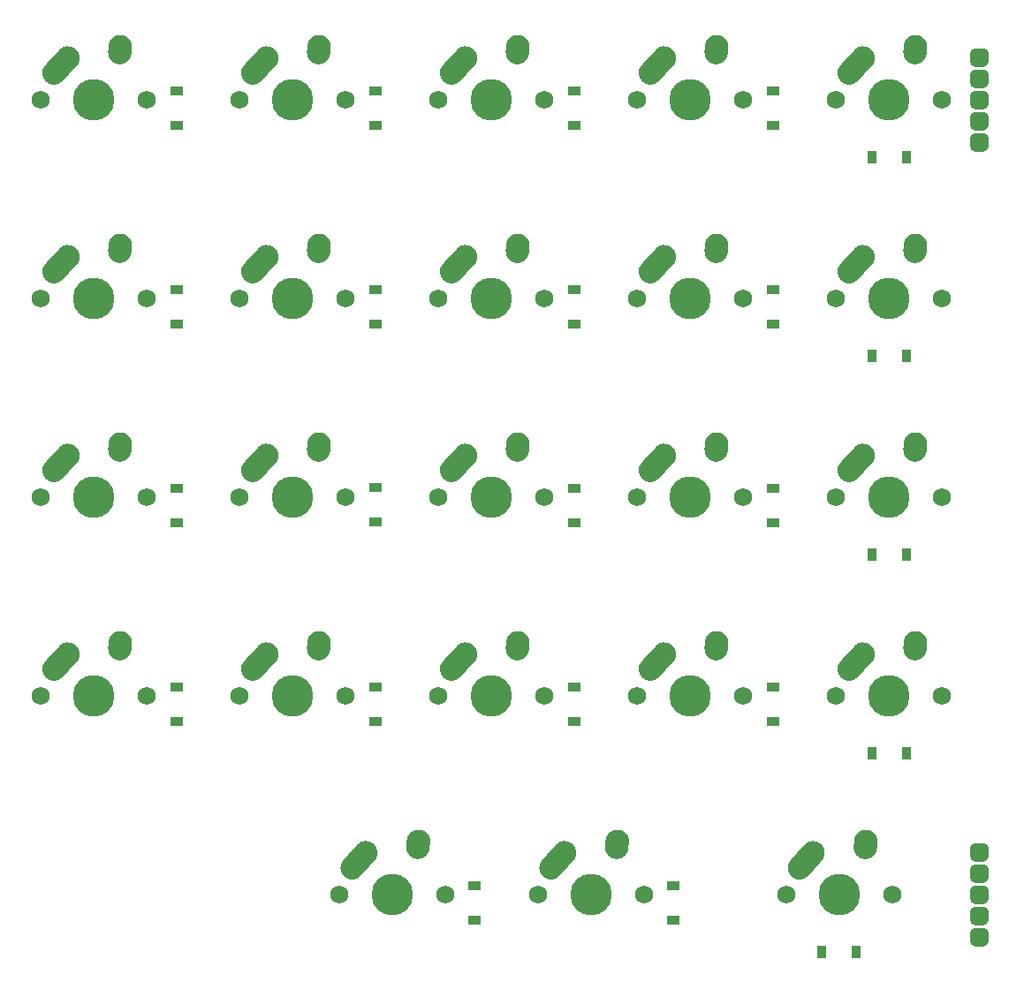
<source format=gbs>
%TF.GenerationSoftware,KiCad,Pcbnew,(5.1.12)-1*%
%TF.CreationDate,2022-01-05T11:41:57-05:00*%
%TF.ProjectId,gasket-1,6761736b-6574-42d3-912e-6b696361645f,rev?*%
%TF.SameCoordinates,Original*%
%TF.FileFunction,Soldermask,Bot*%
%TF.FilePolarity,Negative*%
%FSLAX46Y46*%
G04 Gerber Fmt 4.6, Leading zero omitted, Abs format (unit mm)*
G04 Created by KiCad (PCBNEW (5.1.12)-1) date 2022-01-05 11:41:57*
%MOMM*%
%LPD*%
G01*
G04 APERTURE LIST*
%ADD10R,0.900000X1.200000*%
%ADD11R,1.200000X0.900000*%
%ADD12C,1.750000*%
%ADD13C,2.250000*%
%ADD14C,3.987800*%
G04 APERTURE END LIST*
D10*
%TO.C,D23*%
X104043750Y-112712500D03*
X100743750Y-112712500D03*
%TD*%
%TO.C,D22*%
X108806250Y-93662500D03*
X105506250Y-93662500D03*
%TD*%
%TO.C,D21*%
X108806250Y-74612500D03*
X105506250Y-74612500D03*
%TD*%
%TO.C,D20*%
X108806250Y-55562500D03*
X105506250Y-55562500D03*
%TD*%
%TO.C,D19*%
X108806250Y-36512500D03*
X105506250Y-36512500D03*
%TD*%
D11*
%TO.C,D18*%
X86518750Y-106300000D03*
X86518750Y-109600000D03*
%TD*%
%TO.C,D17*%
X96043750Y-87250000D03*
X96043750Y-90550000D03*
%TD*%
%TO.C,D16*%
X96043750Y-68200000D03*
X96043750Y-71500000D03*
%TD*%
%TO.C,D15*%
X96043750Y-49150000D03*
X96043750Y-52450000D03*
%TD*%
%TO.C,D14*%
X96043750Y-30100000D03*
X96043750Y-33400000D03*
%TD*%
%TO.C,D13*%
X67468750Y-106300000D03*
X67468750Y-109600000D03*
%TD*%
%TO.C,D12*%
X76993750Y-87250000D03*
X76993750Y-90550000D03*
%TD*%
%TO.C,D11*%
X76993750Y-71500000D03*
X76993750Y-68200000D03*
%TD*%
%TO.C,D10*%
X76993750Y-49150000D03*
X76993750Y-52450000D03*
%TD*%
%TO.C,D9*%
X76993750Y-30100000D03*
X76993750Y-33400000D03*
%TD*%
%TO.C,D8*%
X57943750Y-87250000D03*
X57943750Y-90550000D03*
%TD*%
%TO.C,D7*%
X57943750Y-68137500D03*
X57943750Y-71437500D03*
%TD*%
%TO.C,D6*%
X57943750Y-49150000D03*
X57943750Y-52450000D03*
%TD*%
%TO.C,D5*%
X57943750Y-30100000D03*
X57943750Y-33400000D03*
%TD*%
%TO.C,D4*%
X38893750Y-87250000D03*
X38893750Y-90550000D03*
%TD*%
%TO.C,D3*%
X38893750Y-71500000D03*
X38893750Y-68200000D03*
%TD*%
%TO.C,D2*%
X38893750Y-49150000D03*
X38893750Y-52450000D03*
%TD*%
%TO.C,D1*%
X38893750Y-30100000D03*
X38893750Y-33400000D03*
%TD*%
D12*
%TO.C,MX21*%
X112236250Y-69056250D03*
X102076250Y-69056250D03*
D13*
X104656250Y-65056250D03*
D14*
X107156250Y-69056250D03*
G36*
G01*
X102594938Y-67353600D02*
X102594933Y-67353595D01*
G75*
G02*
X102508905Y-65764933I751317J837345D01*
G01*
X103818907Y-64304933D01*
G75*
G02*
X105407569Y-64218905I837345J-751317D01*
G01*
X105407569Y-64218905D01*
G75*
G02*
X105493597Y-65807567I-751317J-837345D01*
G01*
X104183595Y-67267567D01*
G75*
G02*
X102594933Y-67353595I-837345J751317D01*
G01*
G37*
D13*
X109696250Y-63976250D03*
G36*
G01*
X109579733Y-65678645D02*
X109578847Y-65678584D01*
G75*
G02*
X108533916Y-64478847I77403J1122334D01*
G01*
X108573916Y-63898847D01*
G75*
G02*
X109773653Y-62853916I1122334J-77403D01*
G01*
X109773653Y-62853916D01*
G75*
G02*
X110818584Y-64053653I-77403J-1122334D01*
G01*
X110778584Y-64633653D01*
G75*
G02*
X109578847Y-65678584I-1122334J77403D01*
G01*
G37*
%TD*%
%TO.C,M2*%
G36*
G01*
X114947700Y-103562150D02*
X114947700Y-102685850D01*
G75*
G02*
X115385850Y-102247700I438150J0D01*
G01*
X116262150Y-102247700D01*
G75*
G02*
X116700300Y-102685850I0J-438150D01*
G01*
X116700300Y-103562150D01*
G75*
G02*
X116262150Y-104000300I-438150J0D01*
G01*
X115385850Y-104000300D01*
G75*
G02*
X114947700Y-103562150I0J438150D01*
G01*
G37*
G36*
G01*
X114947700Y-105594150D02*
X114947700Y-104717850D01*
G75*
G02*
X115385850Y-104279700I438150J0D01*
G01*
X116262150Y-104279700D01*
G75*
G02*
X116700300Y-104717850I0J-438150D01*
G01*
X116700300Y-105594150D01*
G75*
G02*
X116262150Y-106032300I-438150J0D01*
G01*
X115385850Y-106032300D01*
G75*
G02*
X114947700Y-105594150I0J438150D01*
G01*
G37*
G36*
G01*
X114947700Y-107626150D02*
X114947700Y-106749850D01*
G75*
G02*
X115385850Y-106311700I438150J0D01*
G01*
X116262150Y-106311700D01*
G75*
G02*
X116700300Y-106749850I0J-438150D01*
G01*
X116700300Y-107626150D01*
G75*
G02*
X116262150Y-108064300I-438150J0D01*
G01*
X115385850Y-108064300D01*
G75*
G02*
X114947700Y-107626150I0J438150D01*
G01*
G37*
G36*
G01*
X114947700Y-109658150D02*
X114947700Y-108781850D01*
G75*
G02*
X115385850Y-108343700I438150J0D01*
G01*
X116262150Y-108343700D01*
G75*
G02*
X116700300Y-108781850I0J-438150D01*
G01*
X116700300Y-109658150D01*
G75*
G02*
X116262150Y-110096300I-438150J0D01*
G01*
X115385850Y-110096300D01*
G75*
G02*
X114947700Y-109658150I0J438150D01*
G01*
G37*
G36*
G01*
X114947700Y-111690150D02*
X114947700Y-110813850D01*
G75*
G02*
X115385850Y-110375700I438150J0D01*
G01*
X116262150Y-110375700D01*
G75*
G02*
X116700300Y-110813850I0J-438150D01*
G01*
X116700300Y-111690150D01*
G75*
G02*
X116262150Y-112128300I-438150J0D01*
G01*
X115385850Y-112128300D01*
G75*
G02*
X114947700Y-111690150I0J438150D01*
G01*
G37*
%TD*%
%TO.C,M1*%
G36*
G01*
X114947700Y-35490150D02*
X114947700Y-34613850D01*
G75*
G02*
X115385850Y-34175700I438150J0D01*
G01*
X116262150Y-34175700D01*
G75*
G02*
X116700300Y-34613850I0J-438150D01*
G01*
X116700300Y-35490150D01*
G75*
G02*
X116262150Y-35928300I-438150J0D01*
G01*
X115385850Y-35928300D01*
G75*
G02*
X114947700Y-35490150I0J438150D01*
G01*
G37*
G36*
G01*
X114947700Y-33458150D02*
X114947700Y-32581850D01*
G75*
G02*
X115385850Y-32143700I438150J0D01*
G01*
X116262150Y-32143700D01*
G75*
G02*
X116700300Y-32581850I0J-438150D01*
G01*
X116700300Y-33458150D01*
G75*
G02*
X116262150Y-33896300I-438150J0D01*
G01*
X115385850Y-33896300D01*
G75*
G02*
X114947700Y-33458150I0J438150D01*
G01*
G37*
G36*
G01*
X114947700Y-31426150D02*
X114947700Y-30549850D01*
G75*
G02*
X115385850Y-30111700I438150J0D01*
G01*
X116262150Y-30111700D01*
G75*
G02*
X116700300Y-30549850I0J-438150D01*
G01*
X116700300Y-31426150D01*
G75*
G02*
X116262150Y-31864300I-438150J0D01*
G01*
X115385850Y-31864300D01*
G75*
G02*
X114947700Y-31426150I0J438150D01*
G01*
G37*
G36*
G01*
X114947700Y-29394150D02*
X114947700Y-28517850D01*
G75*
G02*
X115385850Y-28079700I438150J0D01*
G01*
X116262150Y-28079700D01*
G75*
G02*
X116700300Y-28517850I0J-438150D01*
G01*
X116700300Y-29394150D01*
G75*
G02*
X116262150Y-29832300I-438150J0D01*
G01*
X115385850Y-29832300D01*
G75*
G02*
X114947700Y-29394150I0J438150D01*
G01*
G37*
G36*
G01*
X114947700Y-27362150D02*
X114947700Y-26485850D01*
G75*
G02*
X115385850Y-26047700I438150J0D01*
G01*
X116262150Y-26047700D01*
G75*
G02*
X116700300Y-26485850I0J-438150D01*
G01*
X116700300Y-27362150D01*
G75*
G02*
X116262150Y-27800300I-438150J0D01*
G01*
X115385850Y-27800300D01*
G75*
G02*
X114947700Y-27362150I0J438150D01*
G01*
G37*
%TD*%
D12*
%TO.C,MX19*%
X112236250Y-30956250D03*
X102076250Y-30956250D03*
D13*
X104656250Y-26956250D03*
D14*
X107156250Y-30956250D03*
G36*
G01*
X102594938Y-29253600D02*
X102594933Y-29253595D01*
G75*
G02*
X102508905Y-27664933I751317J837345D01*
G01*
X103818907Y-26204933D01*
G75*
G02*
X105407569Y-26118905I837345J-751317D01*
G01*
X105407569Y-26118905D01*
G75*
G02*
X105493597Y-27707567I-751317J-837345D01*
G01*
X104183595Y-29167567D01*
G75*
G02*
X102594933Y-29253595I-837345J751317D01*
G01*
G37*
D13*
X109696250Y-25876250D03*
G36*
G01*
X109579733Y-27578645D02*
X109578847Y-27578584D01*
G75*
G02*
X108533916Y-26378847I77403J1122334D01*
G01*
X108573916Y-25798847D01*
G75*
G02*
X109773653Y-24753916I1122334J-77403D01*
G01*
X109773653Y-24753916D01*
G75*
G02*
X110818584Y-25953653I-77403J-1122334D01*
G01*
X110778584Y-26533653D01*
G75*
G02*
X109578847Y-27578584I-1122334J77403D01*
G01*
G37*
%TD*%
D12*
%TO.C,MX18*%
X83661250Y-107156250D03*
X73501250Y-107156250D03*
D13*
X76081250Y-103156250D03*
D14*
X78581250Y-107156250D03*
G36*
G01*
X74019938Y-105453600D02*
X74019933Y-105453595D01*
G75*
G02*
X73933905Y-103864933I751317J837345D01*
G01*
X75243907Y-102404933D01*
G75*
G02*
X76832569Y-102318905I837345J-751317D01*
G01*
X76832569Y-102318905D01*
G75*
G02*
X76918597Y-103907567I-751317J-837345D01*
G01*
X75608595Y-105367567D01*
G75*
G02*
X74019933Y-105453595I-837345J751317D01*
G01*
G37*
D13*
X81121250Y-102076250D03*
G36*
G01*
X81004733Y-103778645D02*
X81003847Y-103778584D01*
G75*
G02*
X79958916Y-102578847I77403J1122334D01*
G01*
X79998916Y-101998847D01*
G75*
G02*
X81198653Y-100953916I1122334J-77403D01*
G01*
X81198653Y-100953916D01*
G75*
G02*
X82243584Y-102153653I-77403J-1122334D01*
G01*
X82203584Y-102733653D01*
G75*
G02*
X81003847Y-103778584I-1122334J77403D01*
G01*
G37*
%TD*%
D12*
%TO.C,MX23*%
X107473750Y-107156250D03*
X97313750Y-107156250D03*
D13*
X99893750Y-103156250D03*
D14*
X102393750Y-107156250D03*
G36*
G01*
X97832438Y-105453600D02*
X97832433Y-105453595D01*
G75*
G02*
X97746405Y-103864933I751317J837345D01*
G01*
X99056407Y-102404933D01*
G75*
G02*
X100645069Y-102318905I837345J-751317D01*
G01*
X100645069Y-102318905D01*
G75*
G02*
X100731097Y-103907567I-751317J-837345D01*
G01*
X99421095Y-105367567D01*
G75*
G02*
X97832433Y-105453595I-837345J751317D01*
G01*
G37*
D13*
X104933750Y-102076250D03*
G36*
G01*
X104817233Y-103778645D02*
X104816347Y-103778584D01*
G75*
G02*
X103771416Y-102578847I77403J1122334D01*
G01*
X103811416Y-101998847D01*
G75*
G02*
X105011153Y-100953916I1122334J-77403D01*
G01*
X105011153Y-100953916D01*
G75*
G02*
X106056084Y-102153653I-77403J-1122334D01*
G01*
X106016084Y-102733653D01*
G75*
G02*
X104816347Y-103778584I-1122334J77403D01*
G01*
G37*
%TD*%
D12*
%TO.C,MX22*%
X112236250Y-88106250D03*
X102076250Y-88106250D03*
D13*
X104656250Y-84106250D03*
D14*
X107156250Y-88106250D03*
G36*
G01*
X102594938Y-86403600D02*
X102594933Y-86403595D01*
G75*
G02*
X102508905Y-84814933I751317J837345D01*
G01*
X103818907Y-83354933D01*
G75*
G02*
X105407569Y-83268905I837345J-751317D01*
G01*
X105407569Y-83268905D01*
G75*
G02*
X105493597Y-84857567I-751317J-837345D01*
G01*
X104183595Y-86317567D01*
G75*
G02*
X102594933Y-86403595I-837345J751317D01*
G01*
G37*
D13*
X109696250Y-83026250D03*
G36*
G01*
X109579733Y-84728645D02*
X109578847Y-84728584D01*
G75*
G02*
X108533916Y-83528847I77403J1122334D01*
G01*
X108573916Y-82948847D01*
G75*
G02*
X109773653Y-81903916I1122334J-77403D01*
G01*
X109773653Y-81903916D01*
G75*
G02*
X110818584Y-83103653I-77403J-1122334D01*
G01*
X110778584Y-83683653D01*
G75*
G02*
X109578847Y-84728584I-1122334J77403D01*
G01*
G37*
%TD*%
D12*
%TO.C,MX20*%
X112236250Y-50006250D03*
X102076250Y-50006250D03*
D13*
X104656250Y-46006250D03*
D14*
X107156250Y-50006250D03*
G36*
G01*
X102594938Y-48303600D02*
X102594933Y-48303595D01*
G75*
G02*
X102508905Y-46714933I751317J837345D01*
G01*
X103818907Y-45254933D01*
G75*
G02*
X105407569Y-45168905I837345J-751317D01*
G01*
X105407569Y-45168905D01*
G75*
G02*
X105493597Y-46757567I-751317J-837345D01*
G01*
X104183595Y-48217567D01*
G75*
G02*
X102594933Y-48303595I-837345J751317D01*
G01*
G37*
D13*
X109696250Y-44926250D03*
G36*
G01*
X109579733Y-46628645D02*
X109578847Y-46628584D01*
G75*
G02*
X108533916Y-45428847I77403J1122334D01*
G01*
X108573916Y-44848847D01*
G75*
G02*
X109773653Y-43803916I1122334J-77403D01*
G01*
X109773653Y-43803916D01*
G75*
G02*
X110818584Y-45003653I-77403J-1122334D01*
G01*
X110778584Y-45583653D01*
G75*
G02*
X109578847Y-46628584I-1122334J77403D01*
G01*
G37*
%TD*%
D12*
%TO.C,MX17*%
X93186250Y-88106250D03*
X83026250Y-88106250D03*
D13*
X85606250Y-84106250D03*
D14*
X88106250Y-88106250D03*
G36*
G01*
X83544938Y-86403600D02*
X83544933Y-86403595D01*
G75*
G02*
X83458905Y-84814933I751317J837345D01*
G01*
X84768907Y-83354933D01*
G75*
G02*
X86357569Y-83268905I837345J-751317D01*
G01*
X86357569Y-83268905D01*
G75*
G02*
X86443597Y-84857567I-751317J-837345D01*
G01*
X85133595Y-86317567D01*
G75*
G02*
X83544933Y-86403595I-837345J751317D01*
G01*
G37*
D13*
X90646250Y-83026250D03*
G36*
G01*
X90529733Y-84728645D02*
X90528847Y-84728584D01*
G75*
G02*
X89483916Y-83528847I77403J1122334D01*
G01*
X89523916Y-82948847D01*
G75*
G02*
X90723653Y-81903916I1122334J-77403D01*
G01*
X90723653Y-81903916D01*
G75*
G02*
X91768584Y-83103653I-77403J-1122334D01*
G01*
X91728584Y-83683653D01*
G75*
G02*
X90528847Y-84728584I-1122334J77403D01*
G01*
G37*
%TD*%
D12*
%TO.C,MX16*%
X93186250Y-69056250D03*
X83026250Y-69056250D03*
D13*
X85606250Y-65056250D03*
D14*
X88106250Y-69056250D03*
G36*
G01*
X83544938Y-67353600D02*
X83544933Y-67353595D01*
G75*
G02*
X83458905Y-65764933I751317J837345D01*
G01*
X84768907Y-64304933D01*
G75*
G02*
X86357569Y-64218905I837345J-751317D01*
G01*
X86357569Y-64218905D01*
G75*
G02*
X86443597Y-65807567I-751317J-837345D01*
G01*
X85133595Y-67267567D01*
G75*
G02*
X83544933Y-67353595I-837345J751317D01*
G01*
G37*
D13*
X90646250Y-63976250D03*
G36*
G01*
X90529733Y-65678645D02*
X90528847Y-65678584D01*
G75*
G02*
X89483916Y-64478847I77403J1122334D01*
G01*
X89523916Y-63898847D01*
G75*
G02*
X90723653Y-62853916I1122334J-77403D01*
G01*
X90723653Y-62853916D01*
G75*
G02*
X91768584Y-64053653I-77403J-1122334D01*
G01*
X91728584Y-64633653D01*
G75*
G02*
X90528847Y-65678584I-1122334J77403D01*
G01*
G37*
%TD*%
D12*
%TO.C,MX15*%
X93186250Y-50006250D03*
X83026250Y-50006250D03*
D13*
X85606250Y-46006250D03*
D14*
X88106250Y-50006250D03*
G36*
G01*
X83544938Y-48303600D02*
X83544933Y-48303595D01*
G75*
G02*
X83458905Y-46714933I751317J837345D01*
G01*
X84768907Y-45254933D01*
G75*
G02*
X86357569Y-45168905I837345J-751317D01*
G01*
X86357569Y-45168905D01*
G75*
G02*
X86443597Y-46757567I-751317J-837345D01*
G01*
X85133595Y-48217567D01*
G75*
G02*
X83544933Y-48303595I-837345J751317D01*
G01*
G37*
D13*
X90646250Y-44926250D03*
G36*
G01*
X90529733Y-46628645D02*
X90528847Y-46628584D01*
G75*
G02*
X89483916Y-45428847I77403J1122334D01*
G01*
X89523916Y-44848847D01*
G75*
G02*
X90723653Y-43803916I1122334J-77403D01*
G01*
X90723653Y-43803916D01*
G75*
G02*
X91768584Y-45003653I-77403J-1122334D01*
G01*
X91728584Y-45583653D01*
G75*
G02*
X90528847Y-46628584I-1122334J77403D01*
G01*
G37*
%TD*%
D12*
%TO.C,MX14*%
X93186250Y-30956250D03*
X83026250Y-30956250D03*
D13*
X85606250Y-26956250D03*
D14*
X88106250Y-30956250D03*
G36*
G01*
X83544938Y-29253600D02*
X83544933Y-29253595D01*
G75*
G02*
X83458905Y-27664933I751317J837345D01*
G01*
X84768907Y-26204933D01*
G75*
G02*
X86357569Y-26118905I837345J-751317D01*
G01*
X86357569Y-26118905D01*
G75*
G02*
X86443597Y-27707567I-751317J-837345D01*
G01*
X85133595Y-29167567D01*
G75*
G02*
X83544933Y-29253595I-837345J751317D01*
G01*
G37*
D13*
X90646250Y-25876250D03*
G36*
G01*
X90529733Y-27578645D02*
X90528847Y-27578584D01*
G75*
G02*
X89483916Y-26378847I77403J1122334D01*
G01*
X89523916Y-25798847D01*
G75*
G02*
X90723653Y-24753916I1122334J-77403D01*
G01*
X90723653Y-24753916D01*
G75*
G02*
X91768584Y-25953653I-77403J-1122334D01*
G01*
X91728584Y-26533653D01*
G75*
G02*
X90528847Y-27578584I-1122334J77403D01*
G01*
G37*
%TD*%
D12*
%TO.C,MX13*%
X64611250Y-107156250D03*
X54451250Y-107156250D03*
D13*
X57031250Y-103156250D03*
D14*
X59531250Y-107156250D03*
G36*
G01*
X54969938Y-105453600D02*
X54969933Y-105453595D01*
G75*
G02*
X54883905Y-103864933I751317J837345D01*
G01*
X56193907Y-102404933D01*
G75*
G02*
X57782569Y-102318905I837345J-751317D01*
G01*
X57782569Y-102318905D01*
G75*
G02*
X57868597Y-103907567I-751317J-837345D01*
G01*
X56558595Y-105367567D01*
G75*
G02*
X54969933Y-105453595I-837345J751317D01*
G01*
G37*
D13*
X62071250Y-102076250D03*
G36*
G01*
X61954733Y-103778645D02*
X61953847Y-103778584D01*
G75*
G02*
X60908916Y-102578847I77403J1122334D01*
G01*
X60948916Y-101998847D01*
G75*
G02*
X62148653Y-100953916I1122334J-77403D01*
G01*
X62148653Y-100953916D01*
G75*
G02*
X63193584Y-102153653I-77403J-1122334D01*
G01*
X63153584Y-102733653D01*
G75*
G02*
X61953847Y-103778584I-1122334J77403D01*
G01*
G37*
%TD*%
D12*
%TO.C,MX12*%
X74136250Y-88106250D03*
X63976250Y-88106250D03*
D13*
X66556250Y-84106250D03*
D14*
X69056250Y-88106250D03*
G36*
G01*
X64494938Y-86403600D02*
X64494933Y-86403595D01*
G75*
G02*
X64408905Y-84814933I751317J837345D01*
G01*
X65718907Y-83354933D01*
G75*
G02*
X67307569Y-83268905I837345J-751317D01*
G01*
X67307569Y-83268905D01*
G75*
G02*
X67393597Y-84857567I-751317J-837345D01*
G01*
X66083595Y-86317567D01*
G75*
G02*
X64494933Y-86403595I-837345J751317D01*
G01*
G37*
D13*
X71596250Y-83026250D03*
G36*
G01*
X71479733Y-84728645D02*
X71478847Y-84728584D01*
G75*
G02*
X70433916Y-83528847I77403J1122334D01*
G01*
X70473916Y-82948847D01*
G75*
G02*
X71673653Y-81903916I1122334J-77403D01*
G01*
X71673653Y-81903916D01*
G75*
G02*
X72718584Y-83103653I-77403J-1122334D01*
G01*
X72678584Y-83683653D01*
G75*
G02*
X71478847Y-84728584I-1122334J77403D01*
G01*
G37*
%TD*%
D12*
%TO.C,MX11*%
X74136250Y-69056250D03*
X63976250Y-69056250D03*
D13*
X66556250Y-65056250D03*
D14*
X69056250Y-69056250D03*
G36*
G01*
X64494938Y-67353600D02*
X64494933Y-67353595D01*
G75*
G02*
X64408905Y-65764933I751317J837345D01*
G01*
X65718907Y-64304933D01*
G75*
G02*
X67307569Y-64218905I837345J-751317D01*
G01*
X67307569Y-64218905D01*
G75*
G02*
X67393597Y-65807567I-751317J-837345D01*
G01*
X66083595Y-67267567D01*
G75*
G02*
X64494933Y-67353595I-837345J751317D01*
G01*
G37*
D13*
X71596250Y-63976250D03*
G36*
G01*
X71479733Y-65678645D02*
X71478847Y-65678584D01*
G75*
G02*
X70433916Y-64478847I77403J1122334D01*
G01*
X70473916Y-63898847D01*
G75*
G02*
X71673653Y-62853916I1122334J-77403D01*
G01*
X71673653Y-62853916D01*
G75*
G02*
X72718584Y-64053653I-77403J-1122334D01*
G01*
X72678584Y-64633653D01*
G75*
G02*
X71478847Y-65678584I-1122334J77403D01*
G01*
G37*
%TD*%
D12*
%TO.C,MX10*%
X74136250Y-50006250D03*
X63976250Y-50006250D03*
D13*
X66556250Y-46006250D03*
D14*
X69056250Y-50006250D03*
G36*
G01*
X64494938Y-48303600D02*
X64494933Y-48303595D01*
G75*
G02*
X64408905Y-46714933I751317J837345D01*
G01*
X65718907Y-45254933D01*
G75*
G02*
X67307569Y-45168905I837345J-751317D01*
G01*
X67307569Y-45168905D01*
G75*
G02*
X67393597Y-46757567I-751317J-837345D01*
G01*
X66083595Y-48217567D01*
G75*
G02*
X64494933Y-48303595I-837345J751317D01*
G01*
G37*
D13*
X71596250Y-44926250D03*
G36*
G01*
X71479733Y-46628645D02*
X71478847Y-46628584D01*
G75*
G02*
X70433916Y-45428847I77403J1122334D01*
G01*
X70473916Y-44848847D01*
G75*
G02*
X71673653Y-43803916I1122334J-77403D01*
G01*
X71673653Y-43803916D01*
G75*
G02*
X72718584Y-45003653I-77403J-1122334D01*
G01*
X72678584Y-45583653D01*
G75*
G02*
X71478847Y-46628584I-1122334J77403D01*
G01*
G37*
%TD*%
D12*
%TO.C,MX9*%
X74136250Y-30956250D03*
X63976250Y-30956250D03*
D13*
X66556250Y-26956250D03*
D14*
X69056250Y-30956250D03*
G36*
G01*
X64494938Y-29253600D02*
X64494933Y-29253595D01*
G75*
G02*
X64408905Y-27664933I751317J837345D01*
G01*
X65718907Y-26204933D01*
G75*
G02*
X67307569Y-26118905I837345J-751317D01*
G01*
X67307569Y-26118905D01*
G75*
G02*
X67393597Y-27707567I-751317J-837345D01*
G01*
X66083595Y-29167567D01*
G75*
G02*
X64494933Y-29253595I-837345J751317D01*
G01*
G37*
D13*
X71596250Y-25876250D03*
G36*
G01*
X71479733Y-27578645D02*
X71478847Y-27578584D01*
G75*
G02*
X70433916Y-26378847I77403J1122334D01*
G01*
X70473916Y-25798847D01*
G75*
G02*
X71673653Y-24753916I1122334J-77403D01*
G01*
X71673653Y-24753916D01*
G75*
G02*
X72718584Y-25953653I-77403J-1122334D01*
G01*
X72678584Y-26533653D01*
G75*
G02*
X71478847Y-27578584I-1122334J77403D01*
G01*
G37*
%TD*%
D12*
%TO.C,MX8*%
X55086250Y-88106250D03*
X44926250Y-88106250D03*
D13*
X47506250Y-84106250D03*
D14*
X50006250Y-88106250D03*
G36*
G01*
X45444938Y-86403600D02*
X45444933Y-86403595D01*
G75*
G02*
X45358905Y-84814933I751317J837345D01*
G01*
X46668907Y-83354933D01*
G75*
G02*
X48257569Y-83268905I837345J-751317D01*
G01*
X48257569Y-83268905D01*
G75*
G02*
X48343597Y-84857567I-751317J-837345D01*
G01*
X47033595Y-86317567D01*
G75*
G02*
X45444933Y-86403595I-837345J751317D01*
G01*
G37*
D13*
X52546250Y-83026250D03*
G36*
G01*
X52429733Y-84728645D02*
X52428847Y-84728584D01*
G75*
G02*
X51383916Y-83528847I77403J1122334D01*
G01*
X51423916Y-82948847D01*
G75*
G02*
X52623653Y-81903916I1122334J-77403D01*
G01*
X52623653Y-81903916D01*
G75*
G02*
X53668584Y-83103653I-77403J-1122334D01*
G01*
X53628584Y-83683653D01*
G75*
G02*
X52428847Y-84728584I-1122334J77403D01*
G01*
G37*
%TD*%
D12*
%TO.C,MX7*%
X55086250Y-69056250D03*
X44926250Y-69056250D03*
D13*
X47506250Y-65056250D03*
D14*
X50006250Y-69056250D03*
G36*
G01*
X45444938Y-67353600D02*
X45444933Y-67353595D01*
G75*
G02*
X45358905Y-65764933I751317J837345D01*
G01*
X46668907Y-64304933D01*
G75*
G02*
X48257569Y-64218905I837345J-751317D01*
G01*
X48257569Y-64218905D01*
G75*
G02*
X48343597Y-65807567I-751317J-837345D01*
G01*
X47033595Y-67267567D01*
G75*
G02*
X45444933Y-67353595I-837345J751317D01*
G01*
G37*
D13*
X52546250Y-63976250D03*
G36*
G01*
X52429733Y-65678645D02*
X52428847Y-65678584D01*
G75*
G02*
X51383916Y-64478847I77403J1122334D01*
G01*
X51423916Y-63898847D01*
G75*
G02*
X52623653Y-62853916I1122334J-77403D01*
G01*
X52623653Y-62853916D01*
G75*
G02*
X53668584Y-64053653I-77403J-1122334D01*
G01*
X53628584Y-64633653D01*
G75*
G02*
X52428847Y-65678584I-1122334J77403D01*
G01*
G37*
%TD*%
D12*
%TO.C,MX6*%
X55086250Y-50006250D03*
X44926250Y-50006250D03*
D13*
X47506250Y-46006250D03*
D14*
X50006250Y-50006250D03*
G36*
G01*
X45444938Y-48303600D02*
X45444933Y-48303595D01*
G75*
G02*
X45358905Y-46714933I751317J837345D01*
G01*
X46668907Y-45254933D01*
G75*
G02*
X48257569Y-45168905I837345J-751317D01*
G01*
X48257569Y-45168905D01*
G75*
G02*
X48343597Y-46757567I-751317J-837345D01*
G01*
X47033595Y-48217567D01*
G75*
G02*
X45444933Y-48303595I-837345J751317D01*
G01*
G37*
D13*
X52546250Y-44926250D03*
G36*
G01*
X52429733Y-46628645D02*
X52428847Y-46628584D01*
G75*
G02*
X51383916Y-45428847I77403J1122334D01*
G01*
X51423916Y-44848847D01*
G75*
G02*
X52623653Y-43803916I1122334J-77403D01*
G01*
X52623653Y-43803916D01*
G75*
G02*
X53668584Y-45003653I-77403J-1122334D01*
G01*
X53628584Y-45583653D01*
G75*
G02*
X52428847Y-46628584I-1122334J77403D01*
G01*
G37*
%TD*%
D12*
%TO.C,MX5*%
X55086250Y-30956250D03*
X44926250Y-30956250D03*
D13*
X47506250Y-26956250D03*
D14*
X50006250Y-30956250D03*
G36*
G01*
X45444938Y-29253600D02*
X45444933Y-29253595D01*
G75*
G02*
X45358905Y-27664933I751317J837345D01*
G01*
X46668907Y-26204933D01*
G75*
G02*
X48257569Y-26118905I837345J-751317D01*
G01*
X48257569Y-26118905D01*
G75*
G02*
X48343597Y-27707567I-751317J-837345D01*
G01*
X47033595Y-29167567D01*
G75*
G02*
X45444933Y-29253595I-837345J751317D01*
G01*
G37*
D13*
X52546250Y-25876250D03*
G36*
G01*
X52429733Y-27578645D02*
X52428847Y-27578584D01*
G75*
G02*
X51383916Y-26378847I77403J1122334D01*
G01*
X51423916Y-25798847D01*
G75*
G02*
X52623653Y-24753916I1122334J-77403D01*
G01*
X52623653Y-24753916D01*
G75*
G02*
X53668584Y-25953653I-77403J-1122334D01*
G01*
X53628584Y-26533653D01*
G75*
G02*
X52428847Y-27578584I-1122334J77403D01*
G01*
G37*
%TD*%
D12*
%TO.C,MX4*%
X36036250Y-88106250D03*
X25876250Y-88106250D03*
D13*
X28456250Y-84106250D03*
D14*
X30956250Y-88106250D03*
G36*
G01*
X26394938Y-86403600D02*
X26394933Y-86403595D01*
G75*
G02*
X26308905Y-84814933I751317J837345D01*
G01*
X27618907Y-83354933D01*
G75*
G02*
X29207569Y-83268905I837345J-751317D01*
G01*
X29207569Y-83268905D01*
G75*
G02*
X29293597Y-84857567I-751317J-837345D01*
G01*
X27983595Y-86317567D01*
G75*
G02*
X26394933Y-86403595I-837345J751317D01*
G01*
G37*
D13*
X33496250Y-83026250D03*
G36*
G01*
X33379733Y-84728645D02*
X33378847Y-84728584D01*
G75*
G02*
X32333916Y-83528847I77403J1122334D01*
G01*
X32373916Y-82948847D01*
G75*
G02*
X33573653Y-81903916I1122334J-77403D01*
G01*
X33573653Y-81903916D01*
G75*
G02*
X34618584Y-83103653I-77403J-1122334D01*
G01*
X34578584Y-83683653D01*
G75*
G02*
X33378847Y-84728584I-1122334J77403D01*
G01*
G37*
%TD*%
D12*
%TO.C,MX3*%
X36036250Y-69056250D03*
X25876250Y-69056250D03*
D13*
X28456250Y-65056250D03*
D14*
X30956250Y-69056250D03*
G36*
G01*
X26394938Y-67353600D02*
X26394933Y-67353595D01*
G75*
G02*
X26308905Y-65764933I751317J837345D01*
G01*
X27618907Y-64304933D01*
G75*
G02*
X29207569Y-64218905I837345J-751317D01*
G01*
X29207569Y-64218905D01*
G75*
G02*
X29293597Y-65807567I-751317J-837345D01*
G01*
X27983595Y-67267567D01*
G75*
G02*
X26394933Y-67353595I-837345J751317D01*
G01*
G37*
D13*
X33496250Y-63976250D03*
G36*
G01*
X33379733Y-65678645D02*
X33378847Y-65678584D01*
G75*
G02*
X32333916Y-64478847I77403J1122334D01*
G01*
X32373916Y-63898847D01*
G75*
G02*
X33573653Y-62853916I1122334J-77403D01*
G01*
X33573653Y-62853916D01*
G75*
G02*
X34618584Y-64053653I-77403J-1122334D01*
G01*
X34578584Y-64633653D01*
G75*
G02*
X33378847Y-65678584I-1122334J77403D01*
G01*
G37*
%TD*%
D12*
%TO.C,MX2*%
X36036250Y-50006250D03*
X25876250Y-50006250D03*
D13*
X28456250Y-46006250D03*
D14*
X30956250Y-50006250D03*
G36*
G01*
X26394938Y-48303600D02*
X26394933Y-48303595D01*
G75*
G02*
X26308905Y-46714933I751317J837345D01*
G01*
X27618907Y-45254933D01*
G75*
G02*
X29207569Y-45168905I837345J-751317D01*
G01*
X29207569Y-45168905D01*
G75*
G02*
X29293597Y-46757567I-751317J-837345D01*
G01*
X27983595Y-48217567D01*
G75*
G02*
X26394933Y-48303595I-837345J751317D01*
G01*
G37*
D13*
X33496250Y-44926250D03*
G36*
G01*
X33379733Y-46628645D02*
X33378847Y-46628584D01*
G75*
G02*
X32333916Y-45428847I77403J1122334D01*
G01*
X32373916Y-44848847D01*
G75*
G02*
X33573653Y-43803916I1122334J-77403D01*
G01*
X33573653Y-43803916D01*
G75*
G02*
X34618584Y-45003653I-77403J-1122334D01*
G01*
X34578584Y-45583653D01*
G75*
G02*
X33378847Y-46628584I-1122334J77403D01*
G01*
G37*
%TD*%
D12*
%TO.C,MX1*%
X36036250Y-30956250D03*
X25876250Y-30956250D03*
D13*
X28456250Y-26956250D03*
D14*
X30956250Y-30956250D03*
G36*
G01*
X26394938Y-29253600D02*
X26394933Y-29253595D01*
G75*
G02*
X26308905Y-27664933I751317J837345D01*
G01*
X27618907Y-26204933D01*
G75*
G02*
X29207569Y-26118905I837345J-751317D01*
G01*
X29207569Y-26118905D01*
G75*
G02*
X29293597Y-27707567I-751317J-837345D01*
G01*
X27983595Y-29167567D01*
G75*
G02*
X26394933Y-29253595I-837345J751317D01*
G01*
G37*
D13*
X33496250Y-25876250D03*
G36*
G01*
X33379733Y-27578645D02*
X33378847Y-27578584D01*
G75*
G02*
X32333916Y-26378847I77403J1122334D01*
G01*
X32373916Y-25798847D01*
G75*
G02*
X33573653Y-24753916I1122334J-77403D01*
G01*
X33573653Y-24753916D01*
G75*
G02*
X34618584Y-25953653I-77403J-1122334D01*
G01*
X34578584Y-26533653D01*
G75*
G02*
X33378847Y-27578584I-1122334J77403D01*
G01*
G37*
%TD*%
M02*

</source>
